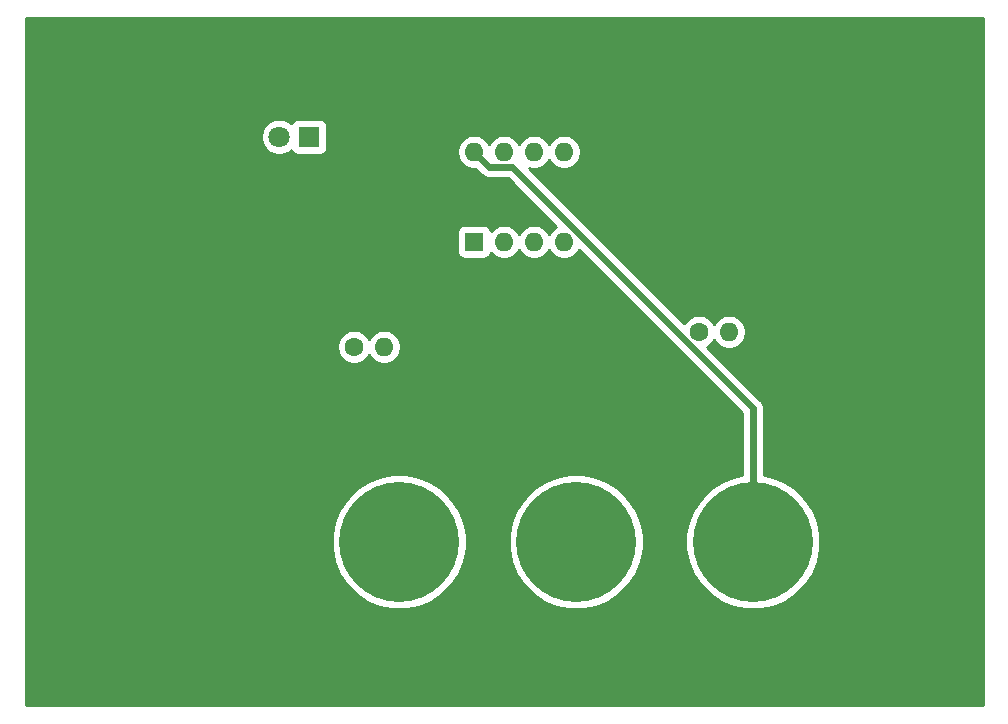
<source format=gbr>
%TF.GenerationSoftware,KiCad,Pcbnew,5.1.6-c6e7f7d~87~ubuntu18.04.1*%
%TF.CreationDate,2020-08-19T22:56:15-04:00*%
%TF.ProjectId,tutorial1,7475746f-7269-4616-9c31-2e6b69636164,rev?*%
%TF.SameCoordinates,Original*%
%TF.FileFunction,Copper,L4,Bot*%
%TF.FilePolarity,Positive*%
%FSLAX46Y46*%
G04 Gerber Fmt 4.6, Leading zero omitted, Abs format (unit mm)*
G04 Created by KiCad (PCBNEW 5.1.6-c6e7f7d~87~ubuntu18.04.1) date 2020-08-19 22:56:15*
%MOMM*%
%LPD*%
G01*
G04 APERTURE LIST*
%TA.AperFunction,ComponentPad*%
%ADD10O,1.600000X1.600000*%
%TD*%
%TA.AperFunction,ComponentPad*%
%ADD11R,1.600000X1.600000*%
%TD*%
%TA.AperFunction,ComponentPad*%
%ADD12C,1.600000*%
%TD*%
%TA.AperFunction,ComponentPad*%
%ADD13C,10.160000*%
%TD*%
%TA.AperFunction,ComponentPad*%
%ADD14C,1.800000*%
%TD*%
%TA.AperFunction,ComponentPad*%
%ADD15R,1.800000X1.800000*%
%TD*%
%TA.AperFunction,Conductor*%
%ADD16C,0.609600*%
%TD*%
%TA.AperFunction,NonConductor*%
%ADD17C,0.254000*%
%TD*%
G04 APERTURE END LIST*
D10*
%TO.P,U1,8*%
%TO.N,GND*%
X109220000Y-73660000D03*
%TO.P,U1,4*%
%TO.N,Net-(U1-Pad4)*%
X116840000Y-81280000D03*
%TO.P,U1,7*%
%TO.N,Net-(D1-Pad1)*%
X111760000Y-73660000D03*
%TO.P,U1,3*%
%TO.N,Net-(U1-Pad3)*%
X114300000Y-81280000D03*
%TO.P,U1,6*%
%TO.N,/INPUT*%
X114300000Y-73660000D03*
%TO.P,U1,2*%
%TO.N,Net-(U1-Pad2)*%
X111760000Y-81280000D03*
%TO.P,U1,5*%
%TO.N,Net-(U1-Pad5)*%
X116840000Y-73660000D03*
D11*
%TO.P,U1,1*%
%TO.N,VCC*%
X109220000Y-81280000D03*
%TD*%
D10*
%TO.P,R2,2*%
%TO.N,Net-(J1-Pad2)*%
X130810000Y-88900000D03*
D12*
%TO.P,R2,1*%
%TO.N,/INPUT*%
X128270000Y-88900000D03*
%TD*%
D10*
%TO.P,R1,2*%
%TO.N,VCC*%
X101600000Y-90170000D03*
D12*
%TO.P,R1,1*%
%TO.N,Net-(D1-Pad2)*%
X99060000Y-90170000D03*
%TD*%
D13*
%TO.P,J1,2*%
%TO.N,Net-(J1-Pad2)*%
X117860000Y-106680000D03*
%TO.P,J1,3*%
%TO.N,GND*%
X132840000Y-106680000D03*
%TO.P,J1,1*%
%TO.N,VCC*%
X102870000Y-106680000D03*
%TD*%
D14*
%TO.P,D1,2*%
%TO.N,Net-(D1-Pad2)*%
X92710000Y-72390000D03*
D15*
%TO.P,D1,1*%
%TO.N,Net-(D1-Pad1)*%
X95250000Y-72390000D03*
%TD*%
D16*
%TO.N,GND*%
X110524801Y-74964801D02*
X109220000Y-73660000D01*
X112455907Y-74964801D02*
X110524801Y-74964801D01*
X132840000Y-95348894D02*
X112455907Y-74964801D01*
X132840000Y-106680000D02*
X132840000Y-95348894D01*
%TD*%
D17*
G36*
X152273000Y-120523000D02*
G01*
X71247000Y-120523000D01*
X71247000Y-106117122D01*
X97155000Y-106117122D01*
X97155000Y-107242878D01*
X97374625Y-108347004D01*
X97805433Y-109387067D01*
X98430870Y-110323100D01*
X99226900Y-111119130D01*
X100162933Y-111744567D01*
X101202996Y-112175375D01*
X102307122Y-112395000D01*
X103432878Y-112395000D01*
X104537004Y-112175375D01*
X105577067Y-111744567D01*
X106513100Y-111119130D01*
X107309130Y-110323100D01*
X107934567Y-109387067D01*
X108365375Y-108347004D01*
X108585000Y-107242878D01*
X108585000Y-106117122D01*
X112145000Y-106117122D01*
X112145000Y-107242878D01*
X112364625Y-108347004D01*
X112795433Y-109387067D01*
X113420870Y-110323100D01*
X114216900Y-111119130D01*
X115152933Y-111744567D01*
X116192996Y-112175375D01*
X117297122Y-112395000D01*
X118422878Y-112395000D01*
X119527004Y-112175375D01*
X120567067Y-111744567D01*
X121503100Y-111119130D01*
X122299130Y-110323100D01*
X122924567Y-109387067D01*
X123355375Y-108347004D01*
X123575000Y-107242878D01*
X123575000Y-106117122D01*
X123355375Y-105012996D01*
X122924567Y-103972933D01*
X122299130Y-103036900D01*
X121503100Y-102240870D01*
X120567067Y-101615433D01*
X119527004Y-101184625D01*
X118422878Y-100965000D01*
X117297122Y-100965000D01*
X116192996Y-101184625D01*
X115152933Y-101615433D01*
X114216900Y-102240870D01*
X113420870Y-103036900D01*
X112795433Y-103972933D01*
X112364625Y-105012996D01*
X112145000Y-106117122D01*
X108585000Y-106117122D01*
X108365375Y-105012996D01*
X107934567Y-103972933D01*
X107309130Y-103036900D01*
X106513100Y-102240870D01*
X105577067Y-101615433D01*
X104537004Y-101184625D01*
X103432878Y-100965000D01*
X102307122Y-100965000D01*
X101202996Y-101184625D01*
X100162933Y-101615433D01*
X99226900Y-102240870D01*
X98430870Y-103036900D01*
X97805433Y-103972933D01*
X97374625Y-105012996D01*
X97155000Y-106117122D01*
X71247000Y-106117122D01*
X71247000Y-90028665D01*
X97625000Y-90028665D01*
X97625000Y-90311335D01*
X97680147Y-90588574D01*
X97788320Y-90849727D01*
X97945363Y-91084759D01*
X98145241Y-91284637D01*
X98380273Y-91441680D01*
X98641426Y-91549853D01*
X98918665Y-91605000D01*
X99201335Y-91605000D01*
X99478574Y-91549853D01*
X99739727Y-91441680D01*
X99974759Y-91284637D01*
X100174637Y-91084759D01*
X100330000Y-90852241D01*
X100485363Y-91084759D01*
X100685241Y-91284637D01*
X100920273Y-91441680D01*
X101181426Y-91549853D01*
X101458665Y-91605000D01*
X101741335Y-91605000D01*
X102018574Y-91549853D01*
X102279727Y-91441680D01*
X102514759Y-91284637D01*
X102714637Y-91084759D01*
X102871680Y-90849727D01*
X102979853Y-90588574D01*
X103035000Y-90311335D01*
X103035000Y-90028665D01*
X102979853Y-89751426D01*
X102871680Y-89490273D01*
X102714637Y-89255241D01*
X102514759Y-89055363D01*
X102279727Y-88898320D01*
X102018574Y-88790147D01*
X101741335Y-88735000D01*
X101458665Y-88735000D01*
X101181426Y-88790147D01*
X100920273Y-88898320D01*
X100685241Y-89055363D01*
X100485363Y-89255241D01*
X100330000Y-89487759D01*
X100174637Y-89255241D01*
X99974759Y-89055363D01*
X99739727Y-88898320D01*
X99478574Y-88790147D01*
X99201335Y-88735000D01*
X98918665Y-88735000D01*
X98641426Y-88790147D01*
X98380273Y-88898320D01*
X98145241Y-89055363D01*
X97945363Y-89255241D01*
X97788320Y-89490273D01*
X97680147Y-89751426D01*
X97625000Y-90028665D01*
X71247000Y-90028665D01*
X71247000Y-80480000D01*
X107781928Y-80480000D01*
X107781928Y-82080000D01*
X107794188Y-82204482D01*
X107830498Y-82324180D01*
X107889463Y-82434494D01*
X107968815Y-82531185D01*
X108065506Y-82610537D01*
X108175820Y-82669502D01*
X108295518Y-82705812D01*
X108420000Y-82718072D01*
X110020000Y-82718072D01*
X110144482Y-82705812D01*
X110264180Y-82669502D01*
X110374494Y-82610537D01*
X110471185Y-82531185D01*
X110550537Y-82434494D01*
X110609502Y-82324180D01*
X110645812Y-82204482D01*
X110646643Y-82196039D01*
X110845241Y-82394637D01*
X111080273Y-82551680D01*
X111341426Y-82659853D01*
X111618665Y-82715000D01*
X111901335Y-82715000D01*
X112178574Y-82659853D01*
X112439727Y-82551680D01*
X112674759Y-82394637D01*
X112874637Y-82194759D01*
X113030000Y-81962241D01*
X113185363Y-82194759D01*
X113385241Y-82394637D01*
X113620273Y-82551680D01*
X113881426Y-82659853D01*
X114158665Y-82715000D01*
X114441335Y-82715000D01*
X114718574Y-82659853D01*
X114979727Y-82551680D01*
X115214759Y-82394637D01*
X115414637Y-82194759D01*
X115570000Y-81962241D01*
X115725363Y-82194759D01*
X115925241Y-82394637D01*
X116160273Y-82551680D01*
X116421426Y-82659853D01*
X116698665Y-82715000D01*
X116981335Y-82715000D01*
X117258574Y-82659853D01*
X117519727Y-82551680D01*
X117754759Y-82394637D01*
X117954637Y-82194759D01*
X118111680Y-81959727D01*
X118114631Y-81952602D01*
X131900201Y-95738173D01*
X131900200Y-101039975D01*
X131172996Y-101184625D01*
X130132933Y-101615433D01*
X129196900Y-102240870D01*
X128400870Y-103036900D01*
X127775433Y-103972933D01*
X127344625Y-105012996D01*
X127125000Y-106117122D01*
X127125000Y-107242878D01*
X127344625Y-108347004D01*
X127775433Y-109387067D01*
X128400870Y-110323100D01*
X129196900Y-111119130D01*
X130132933Y-111744567D01*
X131172996Y-112175375D01*
X132277122Y-112395000D01*
X133402878Y-112395000D01*
X134507004Y-112175375D01*
X135547067Y-111744567D01*
X136483100Y-111119130D01*
X137279130Y-110323100D01*
X137904567Y-109387067D01*
X138335375Y-108347004D01*
X138555000Y-107242878D01*
X138555000Y-106117122D01*
X138335375Y-105012996D01*
X137904567Y-103972933D01*
X137279130Y-103036900D01*
X136483100Y-102240870D01*
X135547067Y-101615433D01*
X134507004Y-101184625D01*
X133779800Y-101039975D01*
X133779800Y-95395051D01*
X133784346Y-95348894D01*
X133779800Y-95302737D01*
X133779800Y-95302727D01*
X133766202Y-95164661D01*
X133712463Y-94987508D01*
X133625196Y-94824242D01*
X133537184Y-94717000D01*
X133537182Y-94716998D01*
X133507754Y-94681140D01*
X133471896Y-94651712D01*
X128974986Y-90154802D01*
X129184759Y-90014637D01*
X129384637Y-89814759D01*
X129540000Y-89582241D01*
X129695363Y-89814759D01*
X129895241Y-90014637D01*
X130130273Y-90171680D01*
X130391426Y-90279853D01*
X130668665Y-90335000D01*
X130951335Y-90335000D01*
X131228574Y-90279853D01*
X131489727Y-90171680D01*
X131724759Y-90014637D01*
X131924637Y-89814759D01*
X132081680Y-89579727D01*
X132189853Y-89318574D01*
X132245000Y-89041335D01*
X132245000Y-88758665D01*
X132189853Y-88481426D01*
X132081680Y-88220273D01*
X131924637Y-87985241D01*
X131724759Y-87785363D01*
X131489727Y-87628320D01*
X131228574Y-87520147D01*
X130951335Y-87465000D01*
X130668665Y-87465000D01*
X130391426Y-87520147D01*
X130130273Y-87628320D01*
X129895241Y-87785363D01*
X129695363Y-87985241D01*
X129540000Y-88217759D01*
X129384637Y-87985241D01*
X129184759Y-87785363D01*
X128949727Y-87628320D01*
X128688574Y-87520147D01*
X128411335Y-87465000D01*
X128128665Y-87465000D01*
X127851426Y-87520147D01*
X127590273Y-87628320D01*
X127355241Y-87785363D01*
X127155363Y-87985241D01*
X127015197Y-88195014D01*
X113844909Y-75024727D01*
X113881426Y-75039853D01*
X114158665Y-75095000D01*
X114441335Y-75095000D01*
X114718574Y-75039853D01*
X114979727Y-74931680D01*
X115214759Y-74774637D01*
X115414637Y-74574759D01*
X115570000Y-74342241D01*
X115725363Y-74574759D01*
X115925241Y-74774637D01*
X116160273Y-74931680D01*
X116421426Y-75039853D01*
X116698665Y-75095000D01*
X116981335Y-75095000D01*
X117258574Y-75039853D01*
X117519727Y-74931680D01*
X117754759Y-74774637D01*
X117954637Y-74574759D01*
X118111680Y-74339727D01*
X118219853Y-74078574D01*
X118275000Y-73801335D01*
X118275000Y-73518665D01*
X118219853Y-73241426D01*
X118111680Y-72980273D01*
X117954637Y-72745241D01*
X117754759Y-72545363D01*
X117519727Y-72388320D01*
X117258574Y-72280147D01*
X116981335Y-72225000D01*
X116698665Y-72225000D01*
X116421426Y-72280147D01*
X116160273Y-72388320D01*
X115925241Y-72545363D01*
X115725363Y-72745241D01*
X115570000Y-72977759D01*
X115414637Y-72745241D01*
X115214759Y-72545363D01*
X114979727Y-72388320D01*
X114718574Y-72280147D01*
X114441335Y-72225000D01*
X114158665Y-72225000D01*
X113881426Y-72280147D01*
X113620273Y-72388320D01*
X113385241Y-72545363D01*
X113185363Y-72745241D01*
X113030000Y-72977759D01*
X112874637Y-72745241D01*
X112674759Y-72545363D01*
X112439727Y-72388320D01*
X112178574Y-72280147D01*
X111901335Y-72225000D01*
X111618665Y-72225000D01*
X111341426Y-72280147D01*
X111080273Y-72388320D01*
X110845241Y-72545363D01*
X110645363Y-72745241D01*
X110490000Y-72977759D01*
X110334637Y-72745241D01*
X110134759Y-72545363D01*
X109899727Y-72388320D01*
X109638574Y-72280147D01*
X109361335Y-72225000D01*
X109078665Y-72225000D01*
X108801426Y-72280147D01*
X108540273Y-72388320D01*
X108305241Y-72545363D01*
X108105363Y-72745241D01*
X107948320Y-72980273D01*
X107840147Y-73241426D01*
X107785000Y-73518665D01*
X107785000Y-73801335D01*
X107840147Y-74078574D01*
X107948320Y-74339727D01*
X108105363Y-74574759D01*
X108305241Y-74774637D01*
X108540273Y-74931680D01*
X108801426Y-75039853D01*
X109078665Y-75095000D01*
X109325923Y-75095000D01*
X109827619Y-75596696D01*
X109857047Y-75632555D01*
X110000150Y-75749997D01*
X110163415Y-75837264D01*
X110340568Y-75891003D01*
X110478634Y-75904601D01*
X110478643Y-75904601D01*
X110524800Y-75909147D01*
X110570957Y-75904601D01*
X112066631Y-75904601D01*
X116167398Y-80005369D01*
X116160273Y-80008320D01*
X115925241Y-80165363D01*
X115725363Y-80365241D01*
X115570000Y-80597759D01*
X115414637Y-80365241D01*
X115214759Y-80165363D01*
X114979727Y-80008320D01*
X114718574Y-79900147D01*
X114441335Y-79845000D01*
X114158665Y-79845000D01*
X113881426Y-79900147D01*
X113620273Y-80008320D01*
X113385241Y-80165363D01*
X113185363Y-80365241D01*
X113030000Y-80597759D01*
X112874637Y-80365241D01*
X112674759Y-80165363D01*
X112439727Y-80008320D01*
X112178574Y-79900147D01*
X111901335Y-79845000D01*
X111618665Y-79845000D01*
X111341426Y-79900147D01*
X111080273Y-80008320D01*
X110845241Y-80165363D01*
X110646643Y-80363961D01*
X110645812Y-80355518D01*
X110609502Y-80235820D01*
X110550537Y-80125506D01*
X110471185Y-80028815D01*
X110374494Y-79949463D01*
X110264180Y-79890498D01*
X110144482Y-79854188D01*
X110020000Y-79841928D01*
X108420000Y-79841928D01*
X108295518Y-79854188D01*
X108175820Y-79890498D01*
X108065506Y-79949463D01*
X107968815Y-80028815D01*
X107889463Y-80125506D01*
X107830498Y-80235820D01*
X107794188Y-80355518D01*
X107781928Y-80480000D01*
X71247000Y-80480000D01*
X71247000Y-72238816D01*
X91175000Y-72238816D01*
X91175000Y-72541184D01*
X91233989Y-72837743D01*
X91349701Y-73117095D01*
X91517688Y-73368505D01*
X91731495Y-73582312D01*
X91982905Y-73750299D01*
X92262257Y-73866011D01*
X92558816Y-73925000D01*
X92861184Y-73925000D01*
X93157743Y-73866011D01*
X93437095Y-73750299D01*
X93688505Y-73582312D01*
X93754944Y-73515873D01*
X93760498Y-73534180D01*
X93819463Y-73644494D01*
X93898815Y-73741185D01*
X93995506Y-73820537D01*
X94105820Y-73879502D01*
X94225518Y-73915812D01*
X94350000Y-73928072D01*
X96150000Y-73928072D01*
X96274482Y-73915812D01*
X96394180Y-73879502D01*
X96504494Y-73820537D01*
X96601185Y-73741185D01*
X96680537Y-73644494D01*
X96739502Y-73534180D01*
X96775812Y-73414482D01*
X96788072Y-73290000D01*
X96788072Y-71490000D01*
X96775812Y-71365518D01*
X96739502Y-71245820D01*
X96680537Y-71135506D01*
X96601185Y-71038815D01*
X96504494Y-70959463D01*
X96394180Y-70900498D01*
X96274482Y-70864188D01*
X96150000Y-70851928D01*
X94350000Y-70851928D01*
X94225518Y-70864188D01*
X94105820Y-70900498D01*
X93995506Y-70959463D01*
X93898815Y-71038815D01*
X93819463Y-71135506D01*
X93760498Y-71245820D01*
X93754944Y-71264127D01*
X93688505Y-71197688D01*
X93437095Y-71029701D01*
X93157743Y-70913989D01*
X92861184Y-70855000D01*
X92558816Y-70855000D01*
X92262257Y-70913989D01*
X91982905Y-71029701D01*
X91731495Y-71197688D01*
X91517688Y-71411495D01*
X91349701Y-71662905D01*
X91233989Y-71942257D01*
X91175000Y-72238816D01*
X71247000Y-72238816D01*
X71247000Y-62357000D01*
X152273000Y-62357000D01*
X152273000Y-120523000D01*
G37*
X152273000Y-120523000D02*
X71247000Y-120523000D01*
X71247000Y-106117122D01*
X97155000Y-106117122D01*
X97155000Y-107242878D01*
X97374625Y-108347004D01*
X97805433Y-109387067D01*
X98430870Y-110323100D01*
X99226900Y-111119130D01*
X100162933Y-111744567D01*
X101202996Y-112175375D01*
X102307122Y-112395000D01*
X103432878Y-112395000D01*
X104537004Y-112175375D01*
X105577067Y-111744567D01*
X106513100Y-111119130D01*
X107309130Y-110323100D01*
X107934567Y-109387067D01*
X108365375Y-108347004D01*
X108585000Y-107242878D01*
X108585000Y-106117122D01*
X112145000Y-106117122D01*
X112145000Y-107242878D01*
X112364625Y-108347004D01*
X112795433Y-109387067D01*
X113420870Y-110323100D01*
X114216900Y-111119130D01*
X115152933Y-111744567D01*
X116192996Y-112175375D01*
X117297122Y-112395000D01*
X118422878Y-112395000D01*
X119527004Y-112175375D01*
X120567067Y-111744567D01*
X121503100Y-111119130D01*
X122299130Y-110323100D01*
X122924567Y-109387067D01*
X123355375Y-108347004D01*
X123575000Y-107242878D01*
X123575000Y-106117122D01*
X123355375Y-105012996D01*
X122924567Y-103972933D01*
X122299130Y-103036900D01*
X121503100Y-102240870D01*
X120567067Y-101615433D01*
X119527004Y-101184625D01*
X118422878Y-100965000D01*
X117297122Y-100965000D01*
X116192996Y-101184625D01*
X115152933Y-101615433D01*
X114216900Y-102240870D01*
X113420870Y-103036900D01*
X112795433Y-103972933D01*
X112364625Y-105012996D01*
X112145000Y-106117122D01*
X108585000Y-106117122D01*
X108365375Y-105012996D01*
X107934567Y-103972933D01*
X107309130Y-103036900D01*
X106513100Y-102240870D01*
X105577067Y-101615433D01*
X104537004Y-101184625D01*
X103432878Y-100965000D01*
X102307122Y-100965000D01*
X101202996Y-101184625D01*
X100162933Y-101615433D01*
X99226900Y-102240870D01*
X98430870Y-103036900D01*
X97805433Y-103972933D01*
X97374625Y-105012996D01*
X97155000Y-106117122D01*
X71247000Y-106117122D01*
X71247000Y-90028665D01*
X97625000Y-90028665D01*
X97625000Y-90311335D01*
X97680147Y-90588574D01*
X97788320Y-90849727D01*
X97945363Y-91084759D01*
X98145241Y-91284637D01*
X98380273Y-91441680D01*
X98641426Y-91549853D01*
X98918665Y-91605000D01*
X99201335Y-91605000D01*
X99478574Y-91549853D01*
X99739727Y-91441680D01*
X99974759Y-91284637D01*
X100174637Y-91084759D01*
X100330000Y-90852241D01*
X100485363Y-91084759D01*
X100685241Y-91284637D01*
X100920273Y-91441680D01*
X101181426Y-91549853D01*
X101458665Y-91605000D01*
X101741335Y-91605000D01*
X102018574Y-91549853D01*
X102279727Y-91441680D01*
X102514759Y-91284637D01*
X102714637Y-91084759D01*
X102871680Y-90849727D01*
X102979853Y-90588574D01*
X103035000Y-90311335D01*
X103035000Y-90028665D01*
X102979853Y-89751426D01*
X102871680Y-89490273D01*
X102714637Y-89255241D01*
X102514759Y-89055363D01*
X102279727Y-88898320D01*
X102018574Y-88790147D01*
X101741335Y-88735000D01*
X101458665Y-88735000D01*
X101181426Y-88790147D01*
X100920273Y-88898320D01*
X100685241Y-89055363D01*
X100485363Y-89255241D01*
X100330000Y-89487759D01*
X100174637Y-89255241D01*
X99974759Y-89055363D01*
X99739727Y-88898320D01*
X99478574Y-88790147D01*
X99201335Y-88735000D01*
X98918665Y-88735000D01*
X98641426Y-88790147D01*
X98380273Y-88898320D01*
X98145241Y-89055363D01*
X97945363Y-89255241D01*
X97788320Y-89490273D01*
X97680147Y-89751426D01*
X97625000Y-90028665D01*
X71247000Y-90028665D01*
X71247000Y-80480000D01*
X107781928Y-80480000D01*
X107781928Y-82080000D01*
X107794188Y-82204482D01*
X107830498Y-82324180D01*
X107889463Y-82434494D01*
X107968815Y-82531185D01*
X108065506Y-82610537D01*
X108175820Y-82669502D01*
X108295518Y-82705812D01*
X108420000Y-82718072D01*
X110020000Y-82718072D01*
X110144482Y-82705812D01*
X110264180Y-82669502D01*
X110374494Y-82610537D01*
X110471185Y-82531185D01*
X110550537Y-82434494D01*
X110609502Y-82324180D01*
X110645812Y-82204482D01*
X110646643Y-82196039D01*
X110845241Y-82394637D01*
X111080273Y-82551680D01*
X111341426Y-82659853D01*
X111618665Y-82715000D01*
X111901335Y-82715000D01*
X112178574Y-82659853D01*
X112439727Y-82551680D01*
X112674759Y-82394637D01*
X112874637Y-82194759D01*
X113030000Y-81962241D01*
X113185363Y-82194759D01*
X113385241Y-82394637D01*
X113620273Y-82551680D01*
X113881426Y-82659853D01*
X114158665Y-82715000D01*
X114441335Y-82715000D01*
X114718574Y-82659853D01*
X114979727Y-82551680D01*
X115214759Y-82394637D01*
X115414637Y-82194759D01*
X115570000Y-81962241D01*
X115725363Y-82194759D01*
X115925241Y-82394637D01*
X116160273Y-82551680D01*
X116421426Y-82659853D01*
X116698665Y-82715000D01*
X116981335Y-82715000D01*
X117258574Y-82659853D01*
X117519727Y-82551680D01*
X117754759Y-82394637D01*
X117954637Y-82194759D01*
X118111680Y-81959727D01*
X118114631Y-81952602D01*
X131900201Y-95738173D01*
X131900200Y-101039975D01*
X131172996Y-101184625D01*
X130132933Y-101615433D01*
X129196900Y-102240870D01*
X128400870Y-103036900D01*
X127775433Y-103972933D01*
X127344625Y-105012996D01*
X127125000Y-106117122D01*
X127125000Y-107242878D01*
X127344625Y-108347004D01*
X127775433Y-109387067D01*
X128400870Y-110323100D01*
X129196900Y-111119130D01*
X130132933Y-111744567D01*
X131172996Y-112175375D01*
X132277122Y-112395000D01*
X133402878Y-112395000D01*
X134507004Y-112175375D01*
X135547067Y-111744567D01*
X136483100Y-111119130D01*
X137279130Y-110323100D01*
X137904567Y-109387067D01*
X138335375Y-108347004D01*
X138555000Y-107242878D01*
X138555000Y-106117122D01*
X138335375Y-105012996D01*
X137904567Y-103972933D01*
X137279130Y-103036900D01*
X136483100Y-102240870D01*
X135547067Y-101615433D01*
X134507004Y-101184625D01*
X133779800Y-101039975D01*
X133779800Y-95395051D01*
X133784346Y-95348894D01*
X133779800Y-95302737D01*
X133779800Y-95302727D01*
X133766202Y-95164661D01*
X133712463Y-94987508D01*
X133625196Y-94824242D01*
X133537184Y-94717000D01*
X133537182Y-94716998D01*
X133507754Y-94681140D01*
X133471896Y-94651712D01*
X128974986Y-90154802D01*
X129184759Y-90014637D01*
X129384637Y-89814759D01*
X129540000Y-89582241D01*
X129695363Y-89814759D01*
X129895241Y-90014637D01*
X130130273Y-90171680D01*
X130391426Y-90279853D01*
X130668665Y-90335000D01*
X130951335Y-90335000D01*
X131228574Y-90279853D01*
X131489727Y-90171680D01*
X131724759Y-90014637D01*
X131924637Y-89814759D01*
X132081680Y-89579727D01*
X132189853Y-89318574D01*
X132245000Y-89041335D01*
X132245000Y-88758665D01*
X132189853Y-88481426D01*
X132081680Y-88220273D01*
X131924637Y-87985241D01*
X131724759Y-87785363D01*
X131489727Y-87628320D01*
X131228574Y-87520147D01*
X130951335Y-87465000D01*
X130668665Y-87465000D01*
X130391426Y-87520147D01*
X130130273Y-87628320D01*
X129895241Y-87785363D01*
X129695363Y-87985241D01*
X129540000Y-88217759D01*
X129384637Y-87985241D01*
X129184759Y-87785363D01*
X128949727Y-87628320D01*
X128688574Y-87520147D01*
X128411335Y-87465000D01*
X128128665Y-87465000D01*
X127851426Y-87520147D01*
X127590273Y-87628320D01*
X127355241Y-87785363D01*
X127155363Y-87985241D01*
X127015197Y-88195014D01*
X113844909Y-75024727D01*
X113881426Y-75039853D01*
X114158665Y-75095000D01*
X114441335Y-75095000D01*
X114718574Y-75039853D01*
X114979727Y-74931680D01*
X115214759Y-74774637D01*
X115414637Y-74574759D01*
X115570000Y-74342241D01*
X115725363Y-74574759D01*
X115925241Y-74774637D01*
X116160273Y-74931680D01*
X116421426Y-75039853D01*
X116698665Y-75095000D01*
X116981335Y-75095000D01*
X117258574Y-75039853D01*
X117519727Y-74931680D01*
X117754759Y-74774637D01*
X117954637Y-74574759D01*
X118111680Y-74339727D01*
X118219853Y-74078574D01*
X118275000Y-73801335D01*
X118275000Y-73518665D01*
X118219853Y-73241426D01*
X118111680Y-72980273D01*
X117954637Y-72745241D01*
X117754759Y-72545363D01*
X117519727Y-72388320D01*
X117258574Y-72280147D01*
X116981335Y-72225000D01*
X116698665Y-72225000D01*
X116421426Y-72280147D01*
X116160273Y-72388320D01*
X115925241Y-72545363D01*
X115725363Y-72745241D01*
X115570000Y-72977759D01*
X115414637Y-72745241D01*
X115214759Y-72545363D01*
X114979727Y-72388320D01*
X114718574Y-72280147D01*
X114441335Y-72225000D01*
X114158665Y-72225000D01*
X113881426Y-72280147D01*
X113620273Y-72388320D01*
X113385241Y-72545363D01*
X113185363Y-72745241D01*
X113030000Y-72977759D01*
X112874637Y-72745241D01*
X112674759Y-72545363D01*
X112439727Y-72388320D01*
X112178574Y-72280147D01*
X111901335Y-72225000D01*
X111618665Y-72225000D01*
X111341426Y-72280147D01*
X111080273Y-72388320D01*
X110845241Y-72545363D01*
X110645363Y-72745241D01*
X110490000Y-72977759D01*
X110334637Y-72745241D01*
X110134759Y-72545363D01*
X109899727Y-72388320D01*
X109638574Y-72280147D01*
X109361335Y-72225000D01*
X109078665Y-72225000D01*
X108801426Y-72280147D01*
X108540273Y-72388320D01*
X108305241Y-72545363D01*
X108105363Y-72745241D01*
X107948320Y-72980273D01*
X107840147Y-73241426D01*
X107785000Y-73518665D01*
X107785000Y-73801335D01*
X107840147Y-74078574D01*
X107948320Y-74339727D01*
X108105363Y-74574759D01*
X108305241Y-74774637D01*
X108540273Y-74931680D01*
X108801426Y-75039853D01*
X109078665Y-75095000D01*
X109325923Y-75095000D01*
X109827619Y-75596696D01*
X109857047Y-75632555D01*
X110000150Y-75749997D01*
X110163415Y-75837264D01*
X110340568Y-75891003D01*
X110478634Y-75904601D01*
X110478643Y-75904601D01*
X110524800Y-75909147D01*
X110570957Y-75904601D01*
X112066631Y-75904601D01*
X116167398Y-80005369D01*
X116160273Y-80008320D01*
X115925241Y-80165363D01*
X115725363Y-80365241D01*
X115570000Y-80597759D01*
X115414637Y-80365241D01*
X115214759Y-80165363D01*
X114979727Y-80008320D01*
X114718574Y-79900147D01*
X114441335Y-79845000D01*
X114158665Y-79845000D01*
X113881426Y-79900147D01*
X113620273Y-80008320D01*
X113385241Y-80165363D01*
X113185363Y-80365241D01*
X113030000Y-80597759D01*
X112874637Y-80365241D01*
X112674759Y-80165363D01*
X112439727Y-80008320D01*
X112178574Y-79900147D01*
X111901335Y-79845000D01*
X111618665Y-79845000D01*
X111341426Y-79900147D01*
X111080273Y-80008320D01*
X110845241Y-80165363D01*
X110646643Y-80363961D01*
X110645812Y-80355518D01*
X110609502Y-80235820D01*
X110550537Y-80125506D01*
X110471185Y-80028815D01*
X110374494Y-79949463D01*
X110264180Y-79890498D01*
X110144482Y-79854188D01*
X110020000Y-79841928D01*
X108420000Y-79841928D01*
X108295518Y-79854188D01*
X108175820Y-79890498D01*
X108065506Y-79949463D01*
X107968815Y-80028815D01*
X107889463Y-80125506D01*
X107830498Y-80235820D01*
X107794188Y-80355518D01*
X107781928Y-80480000D01*
X71247000Y-80480000D01*
X71247000Y-72238816D01*
X91175000Y-72238816D01*
X91175000Y-72541184D01*
X91233989Y-72837743D01*
X91349701Y-73117095D01*
X91517688Y-73368505D01*
X91731495Y-73582312D01*
X91982905Y-73750299D01*
X92262257Y-73866011D01*
X92558816Y-73925000D01*
X92861184Y-73925000D01*
X93157743Y-73866011D01*
X93437095Y-73750299D01*
X93688505Y-73582312D01*
X93754944Y-73515873D01*
X93760498Y-73534180D01*
X93819463Y-73644494D01*
X93898815Y-73741185D01*
X93995506Y-73820537D01*
X94105820Y-73879502D01*
X94225518Y-73915812D01*
X94350000Y-73928072D01*
X96150000Y-73928072D01*
X96274482Y-73915812D01*
X96394180Y-73879502D01*
X96504494Y-73820537D01*
X96601185Y-73741185D01*
X96680537Y-73644494D01*
X96739502Y-73534180D01*
X96775812Y-73414482D01*
X96788072Y-73290000D01*
X96788072Y-71490000D01*
X96775812Y-71365518D01*
X96739502Y-71245820D01*
X96680537Y-71135506D01*
X96601185Y-71038815D01*
X96504494Y-70959463D01*
X96394180Y-70900498D01*
X96274482Y-70864188D01*
X96150000Y-70851928D01*
X94350000Y-70851928D01*
X94225518Y-70864188D01*
X94105820Y-70900498D01*
X93995506Y-70959463D01*
X93898815Y-71038815D01*
X93819463Y-71135506D01*
X93760498Y-71245820D01*
X93754944Y-71264127D01*
X93688505Y-71197688D01*
X93437095Y-71029701D01*
X93157743Y-70913989D01*
X92861184Y-70855000D01*
X92558816Y-70855000D01*
X92262257Y-70913989D01*
X91982905Y-71029701D01*
X91731495Y-71197688D01*
X91517688Y-71411495D01*
X91349701Y-71662905D01*
X91233989Y-71942257D01*
X91175000Y-72238816D01*
X71247000Y-72238816D01*
X71247000Y-62357000D01*
X152273000Y-62357000D01*
X152273000Y-120523000D01*
M02*

</source>
